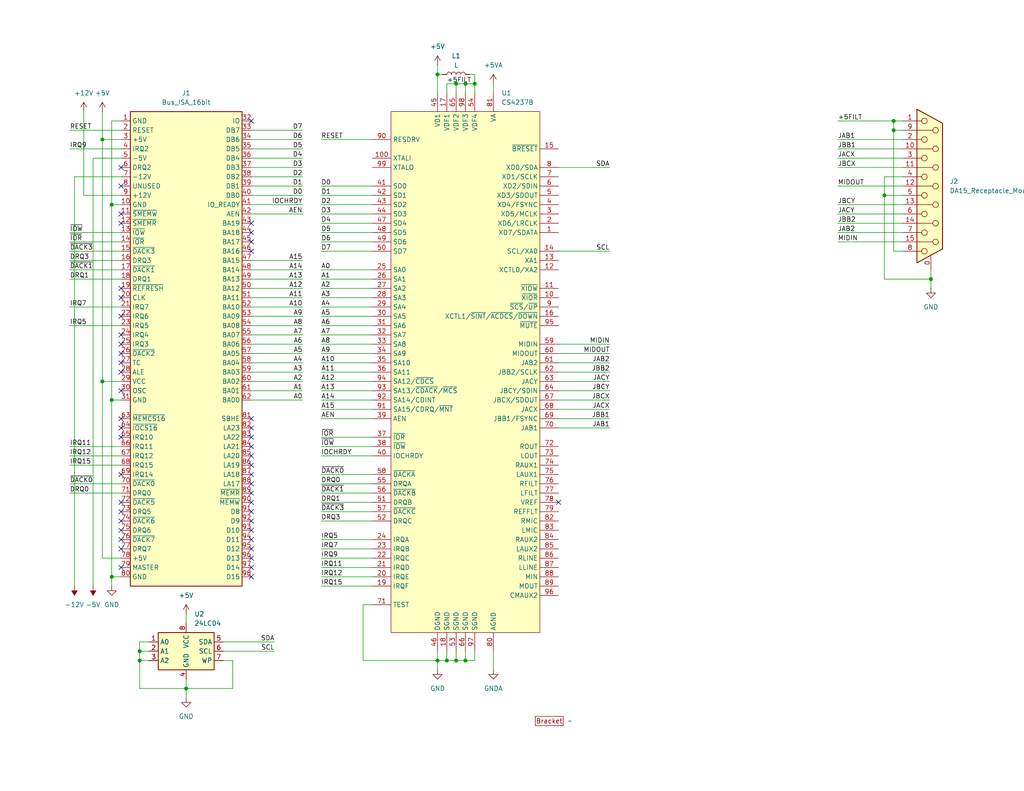
<source format=kicad_sch>
(kicad_sch (version 20231120) (generator "eeschema") (generator_version "8.0")
  (paper "USLetter")
  (lib_symbols
    (symbol "Connector:Bus_ISA_16bit"
      (property "Reference" "J" (at 0 67.945 0))
      (property "Value" "Bus_ISA_16bit" (at 0 -65.405 0))
      (symbol "Bus_ISA_16bit_0_1"
        (rectangle (start -15.24 -63.5) (end 15.24 66.04) (stroke (width 0.254)) (fill (type background)))
      )
      (symbol "Bus_ISA_16bit_1_1"
        (pin power_in line (at -17.78 63.5 0) (length 2.54) (name "GND") (number "1"))
        (pin power_in line (at -17.78 40.64 0) (length 2.54) (name "GND") (number "10"))
        (pin output line (at -17.78 38.1 0) (length 2.54) (name "~{SMEMW}") (number "11"))
        (pin output line (at -17.78 35.56 0) (length 2.54) (name "~{SMEMR}") (number "12"))
        (pin output line (at -17.78 33.02 0) (length 2.54) (name "~{IOW}") (number "13"))
        (pin output line (at -17.78 30.48 0) (length 2.54) (name "~{IOR}") (number "14"))
        (pin passive line (at -17.78 27.94 0) (length 2.54) (name "~{DACK3}") (number "15"))
        (pin passive line (at -17.78 25.4 0) (length 2.54) (name "DRQ3") (number "16"))
        (pin passive line (at -17.78 22.86 0) (length 2.54) (name "~{DACK1}") (number "17"))
        (pin passive line (at -17.78 20.32 0) (length 2.54) (name "DRQ1") (number "18"))
        (pin passive line (at -17.78 17.78 0) (length 2.54) (name "~{REFRESH}") (number "19"))
        (pin output line (at -17.78 60.96 0) (length 2.54) (name "RESET") (number "2"))
        (pin output line (at -17.78 15.24 0) (length 2.54) (name "CLK") (number "20"))
        (pin passive line (at -17.78 12.7 0) (length 2.54) (name "IRQ7") (number "21"))
        (pin passive line (at -17.78 10.16 0) (length 2.54) (name "IRQ6") (number "22"))
        (pin passive line (at -17.78 7.62 0) (length 2.54) (name "IRQ5") (number "23"))
        (pin passive line (at -17.78 5.08 0) (length 2.54) (name "IRQ4") (number "24"))
        (pin passive line (at -17.78 2.54 0) (length 2.54) (name "IRQ3") (number "25"))
        (pin passive line (at -17.78 0 0) (length 2.54) (name "~{DACK2}") (number "26"))
        (pin passive line (at -17.78 -2.54 0) (length 2.54) (name "TC") (number "27"))
        (pin output line (at -17.78 -5.08 0) (length 2.54) (name "ALE") (number "28"))
        (pin power_in line (at -17.78 -7.62 0) (length 2.54) (name "VCC") (number "29"))
        (pin power_in line (at -17.78 58.42 0) (length 2.54) (name "+5V") (number "3"))
        (pin output line (at -17.78 -10.16 0) (length 2.54) (name "OSC") (number "30"))
        (pin power_in line (at -17.78 -12.7 0) (length 2.54) (name "GND") (number "31"))
        (pin passive line (at 17.78 63.5 180) (length 2.54) (name "IO") (number "32"))
        (pin tri_state line (at 17.78 60.96 180) (length 2.54) (name "DB7") (number "33"))
        (pin tri_state line (at 17.78 58.42 180) (length 2.54) (name "DB6") (number "34"))
        (pin tri_state line (at 17.78 55.88 180) (length 2.54) (name "DB5") (number "35"))
        (pin tri_state line (at 17.78 53.34 180) (length 2.54) (name "DB4") (number "36"))
        (pin tri_state line (at 17.78 50.8 180) (length 2.54) (name "DB3") (number "37"))
        (pin tri_state line (at 17.78 48.26 180) (length 2.54) (name "DB2") (number "38"))
        (pin tri_state line (at 17.78 45.72 180) (length 2.54) (name "DB1") (number "39"))
        (pin passive line (at -17.78 55.88 0) (length 2.54) (name "IRQ2") (number "4"))
        (pin tri_state line (at 17.78 43.18 180) (length 2.54) (name "DB0") (number "40"))
        (pin passive line (at 17.78 40.64 180) (length 2.54) (name "IO_READY") (number "41"))
        (pin output line (at 17.78 38.1 180) (length 2.54) (name "AEN") (number "42"))
        (pin tri_state line (at 17.78 35.56 180) (length 2.54) (name "BA19") (number "43"))
        (pin tri_state line (at 17.78 33.02 180) (length 2.54) (name "BA18") (number "44"))
        (pin tri_state line (at 17.78 30.48 180) (length 2.54) (name "BA17") (number "45"))
        (pin tri_state line (at 17.78 27.94 180) (length 2.54) (name "BA16") (number "46"))
        (pin tri_state line (at 17.78 25.4 180) (length 2.54) (name "BA15") (number "47"))
        (pin tri_state line (at 17.78 22.86 180) (length 2.54) (name "BA14") (number "48"))
        (pin tri_state line (at 17.78 20.32 180) (length 2.54) (name "BA13") (number "49"))
        (pin power_in line (at -17.78 53.34 0) (length 2.54) (name "-5V") (number "5"))
        (pin tri_state line (at 17.78 17.78 180) (length 2.54) (name "BA12") (number "50"))
        (pin tri_state line (at 17.78 15.24 180) (length 2.54) (name "BA11") (number "51"))
        (pin tri_state line (at 17.78 12.7 180) (length 2.54) (name "BA10") (number "52"))
        (pin tri_state line (at 17.78 10.16 180) (length 2.54) (name "BA09") (number "53"))
        (pin tri_state line (at 17.78 7.62 180) (length 2.54) (name "BA08") (number "54"))
        (pin tri_state line (at 17.78 5.08 180) (length 2.54) (name "BA07") (number "55"))
        (pin tri_state line (at 17.78 2.54 180) (length 2.54) (name "BA06") (number "56"))
        (pin tri_state line (at 17.78 0 180) (length 2.54) (name "BA05") (number "57"))
        (pin tri_state line (at 17.78 -2.54 180) (length 2.54) (name "BA04") (number "58"))
        (pin tri_state line (at 17.78 -5.08 180) (length 2.54) (name "BA03") (number "59"))
        (pin passive line (at -17.78 50.8 0) (length 2.54) (name "DRQ2") (number "6"))
        (pin tri_state line (at 17.78 -7.62 180) (length 2.54) (name "BA02") (number "60"))
        (pin tri_state line (at 17.78 -10.16 180) (length 2.54) (name "BA01") (number "61"))
        (pin tri_state line (at 17.78 -12.7 180) (length 2.54) (name "BA00") (number "62"))
        (pin passive line (at -17.78 -17.78 0) (length 2.54) (name "~{MEMCS16}") (number "63"))
        (pin passive line (at -17.78 -20.32 0) (length 2.54) (name "~{IOCS16}") (number "64"))
        (pin passive line (at -17.78 -22.86 0) (length 2.54) (name "IRQ10") (number "65"))
        (pin passive line (at -17.78 -25.4 0) (length 2.54) (name "IRQ11") (number "66"))
        (pin passive line (at -17.78 -27.94 0) (length 2.54) (name "IRQ12") (number "67"))
        (pin passive line (at -17.78 -30.48 0) (length 2.54) (name "IRQ15") (number "68"))
        (pin passive line (at -17.78 -33.02 0) (length 2.54) (name "IRQ14") (number "69"))
        (pin power_in line (at -17.78 48.26 0) (length 2.54) (name "-12V") (number "7"))
        (pin output line (at -17.78 -35.56 0) (length 2.54) (name "~{DACK0}") (number "70"))
        (pin passive line (at -17.78 -38.1 0) (length 2.54) (name "DRQ0") (number "71"))
        (pin output line (at -17.78 -40.64 0) (length 2.54) (name "~{DACK5}") (number "72"))
        (pin passive line (at -17.78 -43.18 0) (length 2.54) (name "DRQ5") (number "73"))
        (pin output line (at -17.78 -45.72 0) (length 2.54) (name "~{DACK6}") (number "74"))
        (pin passive line (at -17.78 -48.26 0) (length 2.54) (name "DRQ6") (number "75"))
        (pin output line (at -17.78 -50.8 0) (length 2.54) (name "~{DACK7}") (number "76"))
        (pin passive line (at -17.78 -53.34 0) (length 2.54) (name "DRQ7") (number "77"))
        (pin power_in line (at -17.78 -55.88 0) (length 2.54) (name "+5V") (number "78"))
        (pin passive line (at -17.78 -58.42 0) (length 2.54) (name "MASTER") (number "79"))
        (pin passive line (at -17.78 45.72 0) (length 2.54) (name "UNUSED") (number "8"))
        (pin power_in line (at -17.78 -60.96 0) (length 2.54) (name "GND") (number "80"))
        (pin passive line (at 17.78 -17.78 180) (length 2.54) (name "SBHE") (number "81"))
        (pin passive line (at 17.78 -20.32 180) (length 2.54) (name "LA23") (number "82"))
        (pin passive line (at 17.78 -22.86 180) (length 2.54) (name "LA22") (number "83"))
        (pin passive line (at 17.78 -25.4 180) (length 2.54) (name "LA21") (number "84"))
        (pin passive line (at 17.78 -27.94 180) (length 2.54) (name "LA20") (number "85"))
        (pin passive line (at 17.78 -30.48 180) (length 2.54) (name "LA19") (number "86"))
        (pin passive line (at 17.78 -33.02 180) (length 2.54) (name "LA18") (number "87"))
        (pin passive line (at 17.78 -35.56 180) (length 2.54) (name "LA17") (number "88"))
        (pin output line (at 17.78 -38.1 180) (length 2.54) (name "~{MEMR}") (number "89"))
        (pin power_in line (at -17.78 43.18 0) (length 2.54) (name "+12V") (number "9"))
        (pin output line (at 17.78 -40.64 180) (length 2.54) (name "~{MEMW}") (number "90"))
        (pin tri_state line (at 17.78 -43.18 180) (length 2.54) (name "D8") (number "91"))
        (pin tri_state line (at 17.78 -45.72 180) (length 2.54) (name "D9") (number "92"))
        (pin tri_state line (at 17.78 -48.26 180) (length 2.54) (name "D10") (number "93"))
        (pin tri_state line (at 17.78 -50.8 180) (length 2.54) (name "D11") (number "94"))
        (pin tri_state line (at 17.78 -53.34 180) (length 2.54) (name "D12") (number "95"))
        (pin tri_state line (at 17.78 -55.88 180) (length 2.54) (name "D13") (number "96"))
        (pin tri_state line (at 17.78 -58.42 180) (length 2.54) (name "D14") (number "97"))
        (pin tri_state line (at 17.78 -60.96 180) (length 2.54) (name "D15") (number "98"))
      )
    )
    (symbol "Connector:DA15_Receptacle_MountingHoles" (pin_names (offset 1.016) hide)
      (property "Reference" "J" (at 0 24.13 0))
      (property "Value" "DA15_Receptacle_MountingHoles" (at 0 22.225 0))
      (symbol "DA15_Receptacle_MountingHoles_0_1"
        (circle (center -1.778 -17.78) (radius 0.762))
        (circle (center -1.778 -12.7) (radius 0.762))
        (circle (center -1.778 -7.62) (radius 0.762))
        (circle (center -1.778 -2.54) (radius 0.762))
        (circle (center -1.778 2.54) (radius 0.762))
        (circle (center -1.778 7.62) (radius 0.762))
        (circle (center -1.778 12.7) (radius 0.762))
        (circle (center -1.778 17.78) (radius 0.762))
        (polyline (pts (xy -3.81 -17.78) (xy -2.54 -17.78)))
        (polyline (pts (xy -3.81 -15.24) (xy 0.508 -15.24)))
        (polyline (pts (xy -3.81 -12.7) (xy -2.54 -12.7)))
        (polyline (pts (xy -3.81 -10.16) (xy 0.508 -10.16)))
        (polyline (pts (xy -3.81 -7.62) (xy -2.54 -7.62)))
        (polyline (pts (xy -3.81 -5.08) (xy 0.508 -5.08)))
        (polyline (pts (xy -3.81 -2.54) (xy -2.54 -2.54)))
        (polyline (pts (xy -3.81 0) (xy 0.508 0)))
        (polyline (pts (xy -3.81 2.54) (xy -2.54 2.54)))
        (polyline (pts (xy -3.81 5.08) (xy 0.508 5.08)))
        (polyline (pts (xy -3.81 7.62) (xy -2.54 7.62)))
        (polyline (pts (xy -3.81 10.16) (xy 0.508 10.16)))
        (polyline (pts (xy -3.81 12.7) (xy -2.54 12.7)))
        (polyline (pts (xy -3.81 15.24) (xy 0.508 15.24)))
        (polyline (pts (xy -3.81 17.78) (xy -2.54 17.78)))
        (polyline (pts (xy -3.81 20.955) (xy 3.175 17.145) (xy 3.175 -17.145) (xy -3.81 -20.955) (xy -3.81 20.955)) (stroke (width 0.254)) (fill (type background)))
        (circle (center 1.27 -15.24) (radius 0.762))
        (circle (center 1.27 -10.16) (radius 0.762))
        (circle (center 1.27 -5.08) (radius 0.762))
        (circle (center 1.27 0) (radius 0.762))
        (circle (center 1.27 5.08) (radius 0.762))
        (circle (center 1.27 10.16) (radius 0.762))
        (circle (center 1.27 15.24) (radius 0.762))
      )
      (symbol "DA15_Receptacle_MountingHoles_1_1"
        (pin passive line (at 0 -22.86 90) (length 3.81) (name "PAD") (number "0"))
        (pin passive line (at -7.62 17.78 0) (length 3.81) (name "1") (number "1"))
        (pin passive line (at -7.62 10.16 0) (length 3.81) (name "P10") (number "10"))
        (pin passive line (at -7.62 5.08 0) (length 3.81) (name "P111") (number "11"))
        (pin passive line (at -7.62 0 0) (length 3.81) (name "P12") (number "12"))
        (pin passive line (at -7.62 -5.08 0) (length 3.81) (name "P13") (number "13"))
        (pin passive line (at -7.62 -10.16 0) (length 3.81) (name "P14") (number "14"))
        (pin passive line (at -7.62 -15.24 0) (length 3.81) (name "P15") (number "15"))
        (pin passive line (at -7.62 12.7 0) (length 3.81) (name "2") (number "2"))
        (pin passive line (at -7.62 7.62 0) (length 3.81) (name "3") (number "3"))
        (pin passive line (at -7.62 2.54 0) (length 3.81) (name "4") (number "4"))
        (pin passive line (at -7.62 -2.54 0) (length 3.81) (name "5") (number "5"))
        (pin passive line (at -7.62 -7.62 0) (length 3.81) (name "6") (number "6"))
        (pin passive line (at -7.62 -12.7 0) (length 3.81) (name "7") (number "7"))
        (pin passive line (at -7.62 -17.78 0) (length 3.81) (name "8") (number "8"))
        (pin passive line (at -7.62 15.24 0) (length 3.81) (name "P9") (number "9"))
      )
    )
    (symbol "Device:L" (pin_numbers hide) (pin_names (offset 1.016) hide)
      (property "Reference" "L" (at -1.27 0 90))
      (property "Value" "L" (at 1.905 0 90))
      (symbol "L_0_1"
        (arc (start 0 -2.54) (mid 0.6323 -1.905) (end 0 -1.27))
        (arc (start 0 -1.27) (mid 0.6323 -0.635) (end 0 0))
        (arc (start 0 0) (mid 0.6323 0.635) (end 0 1.27))
        (arc (start 0 1.27) (mid 0.6323 1.905) (end 0 2.54))
      )
      (symbol "L_1_1"
        (pin passive line (at 0 3.81 270) (length 1.27) (name "1") (number "1"))
        (pin passive line (at 0 -3.81 90) (length 1.27) (name "2") (number "2"))
      )
    )
    (symbol "Memory_EEPROM:24LC04"
      (property "Reference" "U" (at -6.35 6.35 0))
      (property "Value" "24LC04" (at 1.27 6.35 0))
      (symbol "24LC04_1_1"
        (rectangle (start -7.62 5.08) (end 7.62 -5.08) (stroke (width 0.254)) (fill (type background)))
        (pin input line (at -10.16 2.54 0) (length 2.54) (name "A0") (number "1"))
        (pin input line (at -10.16 0 0) (length 2.54) (name "A1") (number "2"))
        (pin input line (at -10.16 -2.54 0) (length 2.54) (name "A2") (number "3"))
        (pin power_in line (at 0 -7.62 90) (length 2.54) (name "GND") (number "4"))
        (pin bidirectional line (at 10.16 2.54 180) (length 2.54) (name "SDA") (number "5"))
        (pin input line (at 10.16 0 180) (length 2.54) (name "SCL") (number "6"))
        (pin input line (at 10.16 -2.54 180) (length 2.54) (name "WP") (number "7"))
        (pin power_in line (at 0 7.62 270) (length 2.54) (name "VCC") (number "8"))
      )
    )
    (symbol "pc-parts:9202"
      (symbol "9202_1_1"
        (rectangle (start -3.81 1.27) (end 3.81 -1.27))
        (text "Bracket" (at 0 0 0) (effects (font (size 1.27 1.27))))
      )
    )
    (symbol "pc-parts:CS4237B"
      (property "Reference" "U" (at 0 0 0))
      (property "Value" "CS4237B" (at 0 0 0))
      (symbol "CS4237B_0_0"
        (pin bidirectional line (at 25.4 38.1 180) (length 5.08) (name "XD7/SDATA") (number "1"))
        (pin output line (at 25.4 20.32 180) (length 5.08) (name "~{XIOR}") (number "10"))
        (pin input line (at -25.4 58.42 0) (length 5.08) (name "XTALI") (number "100"))
        (pin output line (at 25.4 22.86 180) (length 5.08) (name "~{XIOW}") (number "11"))
        (pin output line (at 25.4 27.94 180) (length 5.08) (name "XCTL0/XA2") (number "12"))
        (pin output line (at 25.4 30.48 180) (length 5.08) (name "XA1") (number "13"))
        (pin output line (at 25.4 33.02 180) (length 5.08) (name "SCL/XA0") (number "14"))
        (pin output line (at 25.4 60.96 180) (length 5.08) (name "~{BRESET}") (number "15"))
        (pin bidirectional line (at 25.4 15.24 180) (length 5.08) (name "XCTL1/~{SINT}/~{ACDCS}/~{DOWN}") (number "16"))
        (pin power_in line (at -5.08 76.2 270) (length 5.08) (name "VDF1") (number "17"))
        (pin power_in line (at -5.08 -76.2 90) (length 5.08) (name "SGND") (number "18"))
        (pin output line (at -25.4 -58.42 0) (length 5.08) (name "IRQF") (number "19"))
        (pin bidirectional line (at 25.4 40.64 180) (length 5.08) (name "XD6/LRCLK") (number "2"))
        (pin output line (at -25.4 -55.88 0) (length 5.08) (name "IRQE") (number "20"))
        (pin output line (at -25.4 -53.34 0) (length 5.08) (name "IRQD") (number "21"))
        (pin output line (at -25.4 -50.8 0) (length 5.08) (name "IRQC") (number "22"))
        (pin output line (at -25.4 -48.26 0) (length 5.08) (name "IRQB") (number "23"))
        (pin output line (at -25.4 -45.72 0) (length 5.08) (name "IRQA") (number "24"))
        (pin input line (at -25.4 27.94 0) (length 5.08) (name "SA0") (number "25"))
        (pin input line (at -25.4 25.4 0) (length 5.08) (name "SA1") (number "26"))
        (pin input line (at -25.4 22.86 0) (length 5.08) (name "SA2") (number "27"))
        (pin input line (at -25.4 20.32 0) (length 5.08) (name "SA3") (number "28"))
        (pin input line (at -25.4 17.78 0) (length 5.08) (name "SA4") (number "29"))
        (pin bidirectional line (at 25.4 43.18 180) (length 5.08) (name "XD5/MCLK") (number "3"))
        (pin input line (at -25.4 15.24 0) (length 5.08) (name "SA5") (number "30"))
        (pin input line (at -25.4 12.7 0) (length 5.08) (name "SA6") (number "31"))
        (pin input line (at -25.4 10.16 0) (length 5.08) (name "SA7") (number "32"))
        (pin input line (at -25.4 7.62 0) (length 5.08) (name "SA8") (number "33"))
        (pin input line (at -25.4 5.08 0) (length 5.08) (name "SA9") (number "34"))
        (pin input line (at -25.4 2.54 0) (length 5.08) (name "SA10") (number "35"))
        (pin input line (at -25.4 0 0) (length 5.08) (name "SA11") (number "36"))
        (pin input line (at -25.4 -17.78 0) (length 5.08) (name "~{IOR}") (number "37"))
        (pin input line (at -25.4 -20.32 0) (length 5.08) (name "~{IOW}") (number "38"))
        (pin input line (at -25.4 -12.7 0) (length 5.08) (name "AEN") (number "39"))
        (pin bidirectional line (at 25.4 45.72 180) (length 5.08) (name "XD4/FSYNC") (number "4"))
        (pin input line (at -25.4 -22.86 0) (length 5.08) (name "IOCHRDY") (number "40"))
        (pin bidirectional line (at -25.4 50.8 0) (length 5.08) (name "SD0") (number "41"))
        (pin bidirectional line (at -25.4 48.26 0) (length 5.08) (name "SD1") (number "42"))
        (pin bidirectional line (at -25.4 45.72 0) (length 5.08) (name "SD2") (number "43"))
        (pin bidirectional line (at -25.4 43.18 0) (length 5.08) (name "SD3") (number "44"))
        (pin power_in line (at -7.62 76.2 270) (length 5.08) (name "VD1") (number "45"))
        (pin power_in line (at -7.62 -76.2 90) (length 5.08) (name "DGND") (number "46"))
        (pin bidirectional line (at -25.4 40.64 0) (length 5.08) (name "SD4") (number "47"))
        (pin bidirectional line (at -25.4 38.1 0) (length 5.08) (name "SD5") (number "48"))
        (pin bidirectional line (at -25.4 35.56 0) (length 5.08) (name "SD6") (number "49"))
        (pin bidirectional line (at 25.4 48.26 180) (length 5.08) (name "XD3/SDOUT") (number "5"))
        (pin bidirectional line (at -25.4 33.02 0) (length 5.08) (name "SD7") (number "50"))
        (pin output line (at -25.4 -35.56 0) (length 5.08) (name "DRQB") (number "51"))
        (pin output line (at -25.4 -40.64 0) (length 5.08) (name "DRQC") (number "52"))
        (pin power_in line (at -2.54 -76.2 90) (length 5.08) (name "SGND") (number "53"))
        (pin power_in line (at 2.54 76.2 270) (length 5.08) (name "VDF4") (number "54"))
        (pin output line (at -25.4 -30.48 0) (length 5.08) (name "DRQA") (number "55"))
        (pin input line (at -25.4 -33.02 0) (length 5.08) (name "~{DACKB}") (number "56"))
        (pin input line (at -25.4 -38.1 0) (length 5.08) (name "~{DACKC}") (number "57"))
        (pin input line (at -25.4 -27.94 0) (length 5.08) (name "~{DACKA}") (number "58"))
        (pin input line (at 25.4 7.62 180) (length 5.08) (name "MIDIN") (number "59"))
        (pin bidirectional line (at 25.4 50.8 180) (length 5.08) (name "XD2/SDIN") (number "6"))
        (pin output line (at 25.4 5.08 180) (length 5.08) (name "MIDOUT") (number "60"))
        (pin input line (at 25.4 2.54 180) (length 5.08) (name "JAB2") (number "61"))
        (pin bidirectional line (at 25.4 0 180) (length 5.08) (name "JBB2/SCLK") (number "62"))
        (pin input line (at 25.4 -2.54 180) (length 5.08) (name "JACY") (number "63"))
        (pin bidirectional line (at 25.4 -5.08 180) (length 5.08) (name "JBCY/SDIN") (number "64"))
        (pin power_in line (at -2.54 76.2 270) (length 5.08) (name "VDF2") (number "65"))
        (pin power_in line (at 0 -76.2 90) (length 5.08) (name "SGND") (number "66"))
        (pin bidirectional line (at 25.4 -7.62 180) (length 5.08) (name "JBCX/SDOUT") (number "67"))
        (pin input line (at 25.4 -10.16 180) (length 5.08) (name "JACX") (number "68"))
        (pin bidirectional line (at 25.4 -12.7 180) (length 5.08) (name "JBB1/FSYNC") (number "69"))
        (pin bidirectional line (at 25.4 53.34 180) (length 5.08) (name "XD1/SCLK") (number "7"))
        (pin input line (at 25.4 -15.24 180) (length 5.08) (name "JAB1") (number "70"))
        (pin input line (at -25.4 -63.5 0) (length 5.08) (name "TEST") (number "71"))
        (pin output line (at 25.4 -20.32 180) (length 5.08) (name "ROUT") (number "72"))
        (pin output line (at 25.4 -22.86 180) (length 5.08) (name "LOUT") (number "73"))
        (pin input line (at 25.4 -25.4 180) (length 5.08) (name "RAUX1") (number "74"))
        (pin input line (at 25.4 -27.94 180) (length 5.08) (name "LAUX1") (number "75"))
        (pin input line (at 25.4 -30.48 180) (length 5.08) (name "RFILT") (number "76"))
        (pin input line (at 25.4 -33.02 180) (length 5.08) (name "LFILT") (number "77"))
        (pin input line (at 25.4 -35.56 180) (length 5.08) (name "VREF") (number "78"))
        (pin input line (at 25.4 -38.1 180) (length 5.08) (name "REFFLT") (number "79"))
        (pin bidirectional line (at 25.4 55.88 180) (length 5.08) (name "XD0/SDA") (number "8"))
        (pin power_in line (at 7.62 -76.2 90) (length 5.08) (name "AGND") (number "80"))
        (pin power_in line (at 7.62 76.2 270) (length 5.08) (name "VA") (number "81"))
        (pin input line (at 25.4 -40.64 180) (length 5.08) (name "RMIC") (number "82"))
        (pin input line (at 25.4 -43.18 180) (length 5.08) (name "LMIC") (number "83"))
        (pin input line (at 25.4 -45.72 180) (length 5.08) (name "RAUX2") (number "84"))
        (pin input line (at 25.4 -48.26 180) (length 5.08) (name "LAUX2") (number "85"))
        (pin input line (at 25.4 -50.8 180) (length 5.08) (name "RLINE") (number "86"))
        (pin input line (at 25.4 -53.34 180) (length 5.08) (name "LLINE") (number "87"))
        (pin input line (at 25.4 -55.88 180) (length 5.08) (name "MIN") (number "88"))
        (pin output line (at 25.4 -58.42 180) (length 5.08) (name "MOUT") (number "89"))
        (pin bidirectional line (at 25.4 17.78 180) (length 5.08) (name "~{SCS}/~{UP}") (number "9"))
        (pin input line (at -25.4 63.5 0) (length 5.08) (name "RESDRV") (number "90"))
        (pin input line (at -25.4 -10.16 0) (length 5.08) (name "SA15/CDRQ/~{MNT}") (number "91"))
        (pin input line (at -25.4 -7.62 0) (length 5.08) (name "SA14/CDINT") (number "92"))
        (pin input line (at -25.4 -5.08 0) (length 5.08) (name "SA13/~{CDACK}/~{MCS}") (number "93"))
        (pin input line (at -25.4 -2.54 0) (length 5.08) (name "SA12/~{CDCS}") (number "94"))
        (pin input line (at 25.4 12.7 180) (length 5.08) (name "~{MUTE}") (number "95"))
        (pin input line (at 25.4 -60.96 180) (length 5.08) (name "CMAUX2") (number "96"))
        (pin power_in line (at 2.54 -76.2 90) (length 5.08) (name "SGND") (number "97"))
        (pin power_in line (at 0 76.2 270) (length 5.08) (name "VDF3") (number "98"))
        (pin output line (at -25.4 55.88 0) (length 5.08) (name "XTALO") (number "99"))
      )
      (symbol "CS4237B_1_1"
        (rectangle (start -20.32 71.12) (end 20.32 -71.12) (fill (type background)))
      )
    )
    (symbol "power:+12V" (power) (pin_numbers hide) (pin_names (offset 0) hide)
      (property "Value" "+12V" (at 0 3.556 0))
      (symbol "+12V_0_1"
        (polyline (pts (xy -0.762 1.27) (xy 0 2.54)))
        (polyline (pts (xy 0 0) (xy 0 2.54)))
        (polyline (pts (xy 0 2.54) (xy 0.762 1.27)))
      )
      (symbol "+12V_1_1"
        (pin power_in line (at 0 0 90) (length 0) (name "~") (number "1"))
      )
    )
    (symbol "power:+5V" (power) (pin_numbers hide) (pin_names (offset 0) hide)
      (property "Value" "+5V" (at 0 3.556 0))
      (symbol "+5V_0_1"
        (polyline (pts (xy -0.762 1.27) (xy 0 2.54)))
        (polyline (pts (xy 0 0) (xy 0 2.54)))
        (polyline (pts (xy 0 2.54) (xy 0.762 1.27)))
      )
      (symbol "+5V_1_1"
        (pin power_in line (at 0 0 90) (length 0) (name "~") (number "1"))
      )
    )
    (symbol "power:+5VA" (power) (pin_numbers hide) (pin_names (offset 0) hide)
      (property "Value" "+5VA" (at 0 3.556 0))
      (symbol "+5VA_0_1"
        (polyline (pts (xy -0.762 1.27) (xy 0 2.54)))
        (polyline (pts (xy 0 0) (xy 0 2.54)))
        (polyline (pts (xy 0 2.54) (xy 0.762 1.27)))
      )
      (symbol "+5VA_1_1"
        (pin power_in line (at 0 0 90) (length 0) (name "~") (number "1"))
      )
    )
    (symbol "power:-12V" (power) (pin_numbers hide) (pin_names (offset 0) hide)
      (property "Value" "-12V" (at 0 3.556 0))
      (symbol "-12V_0_0"
        (pin power_in line (at 0 0 90) (length 0) (name "~") (number "1"))
      )
      (symbol "-12V_0_1"
        (polyline (pts (xy 0 0) (xy 0 1.27) (xy 0.762 1.27) (xy 0 2.54) (xy -0.762 1.27) (xy 0 1.27)) (fill (type outline)))
      )
    )
    (symbol "power:-5V" (power) (pin_numbers hide) (pin_names (offset 0) hide)
      (property "Value" "-5V" (at 0 3.556 0))
      (symbol "-5V_0_0"
        (pin power_in line (at 0 0 90) (length 0) (name "~") (number "1"))
      )
      (symbol "-5V_0_1"
        (polyline (pts (xy 0 0) (xy 0 1.27) (xy 0.762 1.27) (xy 0 2.54) (xy -0.762 1.27) (xy 0 1.27)) (fill (type outline)))
      )
    )
    (symbol "power:GND" (power) (pin_numbers hide) (pin_names (offset 0) hide)
      (property "Value" "GND" (at 0 -3.81 0))
      (symbol "GND_0_1"
        (polyline (pts (xy 0 0) (xy 0 -1.27) (xy 1.27 -1.27) (xy 0 -2.54) (xy -1.27 -1.27) (xy 0 -1.27)))
      )
      (symbol "GND_1_1"
        (pin power_in line (at 0 0 270) (length 0) (name "~") (number "1"))
      )
    )
    (symbol "power:GNDA" (power) (pin_numbers hide) (pin_names (offset 0) hide)
      (property "Value" "GNDA" (at 0 -3.81 0))
      (symbol "GNDA_0_1"
        (polyline (pts (xy 0 0) (xy 0 -1.27) (xy 1.27 -1.27) (xy 0 -2.54) (xy -1.27 -1.27) (xy 0 -1.27)))
      )
      (symbol "GNDA_1_1"
        (pin power_in line (at 0 0 270) (length 0) (name "~") (number "1"))
      )
    )
  )
  (junction (at 50.8 187.96))
  (junction (at 243.84 33.02))
  (junction (at 127 22.86))
  (junction (at 30.48 109.22))
  (junction (at 27.94 104.14))
  (junction (at 241.3 53.34))
  (junction (at 124.46 22.86))
  (junction (at 121.92 180.34))
  (junction (at 129.54 22.86))
  (junction (at 30.48 157.48))
  (junction (at 27.94 38.1))
  (junction (at 243.84 35.56))
  (junction (at 119.38 180.34))
  (junction (at 38.1 177.8))
  (junction (at 124.46 180.34))
  (junction (at 127 180.34))
  (junction (at 38.1 180.34))
  (junction (at 30.48 55.88))
  (junction (at 119.38 20.32))
  (junction (at 254 76.2))
  (no_connect (at 68.58 68.58))
  (no_connect (at 68.58 147.32))
  (no_connect (at 33.02 144.78))
  (no_connect (at 68.58 116.84))
  (no_connect (at 33.02 114.3))
  (no_connect (at 33.02 154.94))
  (no_connect (at 33.02 96.52))
  (no_connect (at 33.02 116.84))
  (no_connect (at 33.02 45.72))
  (no_connect (at 68.58 129.54))
  (no_connect (at 33.02 129.54))
  (no_connect (at 68.58 132.08))
  (no_connect (at 33.02 99.06))
  (no_connect (at 68.58 134.62))
  (no_connect (at 68.58 127))
  (no_connect (at 68.58 66.04))
  (no_connect (at 33.02 149.86))
  (no_connect (at 33.02 60.96))
  (no_connect (at 68.58 60.96))
  (no_connect (at 33.02 81.28))
  (no_connect (at 33.02 58.42))
  (no_connect (at 33.02 142.24))
  (no_connect (at 68.58 139.7))
  (no_connect (at 68.58 144.78))
  (no_connect (at 33.02 147.32))
  (no_connect (at 33.02 93.98))
  (no_connect (at 68.58 119.38))
  (no_connect (at 68.58 114.3))
  (no_connect (at 33.02 101.6))
  (no_connect (at 33.02 137.16))
  (no_connect (at 68.58 121.92))
  (no_connect (at 68.58 154.94))
  (no_connect (at 152.4 137.16))
  (no_connect (at 33.02 86.36))
  (no_connect (at 33.02 78.74))
  (no_connect (at 68.58 157.48))
  (no_connect (at 68.58 149.86))
  (no_connect (at 33.02 139.7))
  (no_connect (at 68.58 33.02))
  (no_connect (at 68.58 124.46))
  (no_connect (at 33.02 91.44))
  (no_connect (at 68.58 152.4))
  (no_connect (at 68.58 142.24))
  (no_connect (at 33.02 119.38))
  (no_connect (at 33.02 106.68))
  (no_connect (at 68.58 137.16))
  (no_connect (at 68.58 63.5))
  (no_connect (at 33.02 50.8))
  (wire (pts (xy 87.63 78.74) (xy 101.6 78.74)))
  (wire (pts (xy 27.94 104.14) (xy 33.02 104.14)))
  (wire (pts (xy 228.6 60.96) (xy 246.38 60.96)))
  (wire (pts (xy 38.1 177.8) (xy 38.1 180.34)))
  (wire (pts (xy 87.63 129.54) (xy 101.6 129.54)))
  (wire (pts (xy 228.6 55.88) (xy 246.38 55.88)))
  (wire (pts (xy 127 177.8) (xy 127 180.34)))
  (wire (pts (xy 82.55 88.9) (xy 68.58 88.9)))
  (wire (pts (xy 87.63 83.82) (xy 101.6 83.82)))
  (wire (pts (xy 74.93 175.26) (xy 60.96 175.26)))
  (wire (pts (xy 82.55 35.56) (xy 68.58 35.56)))
  (wire (pts (xy 19.05 68.58) (xy 33.02 68.58)))
  (wire (pts (xy 87.63 109.22) (xy 101.6 109.22)))
  (wire (pts (xy 87.63 142.24) (xy 101.6 142.24)))
  (wire (pts (xy 19.05 35.56) (xy 33.02 35.56)))
  (wire (pts (xy 127 22.86) (xy 129.54 22.86)))
  (wire (pts (xy 30.48 55.88) (xy 33.02 55.88)))
  (wire (pts (xy 87.63 104.14) (xy 101.6 104.14)))
  (wire (pts (xy 99.06 180.34) (xy 119.38 180.34)))
  (wire (pts (xy 124.46 22.86) (xy 127 22.86)))
  (wire (pts (xy 152.4 114.3) (xy 166.37 114.3)))
  (wire (pts (xy 82.55 53.34) (xy 68.58 53.34)))
  (wire (pts (xy 119.38 180.34) (xy 119.38 177.8)))
  (wire (pts (xy 19.05 132.08) (xy 33.02 132.08)))
  (wire (pts (xy 33.02 157.48) (xy 30.48 157.48)))
  (wire (pts (xy 33.02 43.18) (xy 25.4 43.18)))
  (wire (pts (xy 152.4 96.52) (xy 166.37 96.52)))
  (wire (pts (xy 87.63 81.28) (xy 101.6 81.28)))
  (wire (pts (xy 99.06 165.1) (xy 99.06 180.34)))
  (wire (pts (xy 50.8 187.96) (xy 63.5 187.96)))
  (wire (pts (xy 124.46 177.8) (xy 124.46 180.34)))
  (wire (pts (xy 87.63 149.86) (xy 101.6 149.86)))
  (wire (pts (xy 63.5 180.34) (xy 60.96 180.34)))
  (wire (pts (xy 101.6 165.1) (xy 99.06 165.1)))
  (wire (pts (xy 82.55 81.28) (xy 68.58 81.28)))
  (wire (pts (xy 50.8 187.96) (xy 38.1 187.96)))
  (wire (pts (xy 87.63 93.98) (xy 101.6 93.98)))
  (wire (pts (xy 87.63 124.46) (xy 101.6 124.46)))
  (wire (pts (xy 82.55 104.14) (xy 68.58 104.14)))
  (wire (pts (xy 82.55 55.88) (xy 68.58 55.88)))
  (wire (pts (xy 119.38 20.32) (xy 119.38 25.4)))
  (wire (pts (xy 152.4 111.76) (xy 166.37 111.76)))
  (wire (pts (xy 241.3 48.26) (xy 241.3 53.34)))
  (wire (pts (xy 87.63 55.88) (xy 101.6 55.88)))
  (wire (pts (xy 87.63 91.44) (xy 101.6 91.44)))
  (wire (pts (xy 50.8 167.64) (xy 50.8 170.18)))
  (wire (pts (xy 87.63 66.04) (xy 101.6 66.04)))
  (wire (pts (xy 228.6 63.5) (xy 246.38 63.5)))
  (wire (pts (xy 87.63 152.4) (xy 101.6 152.4)))
  (wire (pts (xy 25.4 43.18) (xy 25.4 160.02)))
  (wire (pts (xy 243.84 35.56) (xy 243.84 33.02)))
  (wire (pts (xy 30.48 157.48) (xy 30.48 109.22)))
  (wire (pts (xy 124.46 180.34) (xy 127 180.34)))
  (wire (pts (xy 119.38 180.34) (xy 119.38 182.88)))
  (wire (pts (xy 33.02 53.34) (xy 22.86 53.34)))
  (wire (pts (xy 38.1 187.96) (xy 38.1 180.34)))
  (wire (pts (xy 152.4 99.06) (xy 166.37 99.06)))
  (wire (pts (xy 166.37 45.72) (xy 152.4 45.72)))
  (wire (pts (xy 19.05 66.04) (xy 33.02 66.04)))
  (wire (pts (xy 87.63 99.06) (xy 101.6 99.06)))
  (wire (pts (xy 19.05 127) (xy 33.02 127)))
  (wire (pts (xy 134.62 177.8) (xy 134.62 182.88)))
  (wire (pts (xy 87.63 63.5) (xy 101.6 63.5)))
  (wire (pts (xy 152.4 104.14) (xy 166.37 104.14)))
  (wire (pts (xy 166.37 68.58) (xy 152.4 68.58)))
  (wire (pts (xy 19.05 40.64) (xy 33.02 40.64)))
  (wire (pts (xy 152.4 109.22) (xy 166.37 109.22)))
  (wire (pts (xy 87.63 53.34) (xy 101.6 53.34)))
  (wire (pts (xy 87.63 137.16) (xy 101.6 137.16)))
  (wire (pts (xy 27.94 104.14) (xy 27.94 38.1)))
  (wire (pts (xy 40.64 175.26) (xy 38.1 175.26)))
  (wire (pts (xy 87.63 73.66) (xy 101.6 73.66)))
  (wire (pts (xy 87.63 68.58) (xy 101.6 68.58)))
  (wire (pts (xy 87.63 139.7) (xy 101.6 139.7)))
  (wire (pts (xy 241.3 53.34) (xy 246.38 53.34)))
  (wire (pts (xy 27.94 38.1) (xy 33.02 38.1)))
  (wire (pts (xy 87.63 132.08) (xy 101.6 132.08)))
  (wire (pts (xy 19.05 63.5) (xy 33.02 63.5)))
  (wire (pts (xy 19.05 121.92) (xy 33.02 121.92)))
  (wire (pts (xy 228.6 58.42) (xy 246.38 58.42)))
  (wire (pts (xy 228.6 43.18) (xy 246.38 43.18)))
  (wire (pts (xy 50.8 187.96) (xy 50.8 190.5)))
  (wire (pts (xy 87.63 96.52) (xy 101.6 96.52)))
  (wire (pts (xy 87.63 121.92) (xy 101.6 121.92)))
  (wire (pts (xy 30.48 55.88) (xy 30.48 33.02)))
  (wire (pts (xy 33.02 48.26) (xy 20.32 48.26)))
  (wire (pts (xy 82.55 106.68) (xy 68.58 106.68)))
  (wire (pts (xy 228.6 50.8) (xy 246.38 50.8)))
  (wire (pts (xy 127 22.86) (xy 127 25.4)))
  (wire (pts (xy 87.63 114.3) (xy 101.6 114.3)))
  (wire (pts (xy 152.4 116.84) (xy 166.37 116.84)))
  (wire (pts (xy 82.55 101.6) (xy 68.58 101.6)))
  (wire (pts (xy 82.55 78.74) (xy 68.58 78.74)))
  (wire (pts (xy 152.4 93.98) (xy 166.37 93.98)))
  (wire (pts (xy 82.55 109.22) (xy 68.58 109.22)))
  (wire (pts (xy 82.55 58.42) (xy 68.58 58.42)))
  (wire (pts (xy 228.6 66.04) (xy 246.38 66.04)))
  (wire (pts (xy 38.1 177.8) (xy 40.64 177.8)))
  (wire (pts (xy 38.1 175.26) (xy 38.1 177.8)))
  (wire (pts (xy 27.94 152.4) (xy 27.94 104.14)))
  (wire (pts (xy 82.55 45.72) (xy 68.58 45.72)))
  (wire (pts (xy 63.5 187.96) (xy 63.5 180.34)))
  (wire (pts (xy 124.46 22.86) (xy 124.46 25.4)))
  (wire (pts (xy 19.05 88.9) (xy 33.02 88.9)))
  (wire (pts (xy 228.6 45.72) (xy 246.38 45.72)))
  (wire (pts (xy 87.63 58.42) (xy 101.6 58.42)))
  (wire (pts (xy 254 76.2) (xy 254 78.74)))
  (wire (pts (xy 87.63 38.1) (xy 101.6 38.1)))
  (wire (pts (xy 254 73.66) (xy 254 76.2)))
  (wire (pts (xy 121.92 25.4) (xy 121.92 22.86)))
  (wire (pts (xy 87.63 88.9) (xy 101.6 88.9)))
  (wire (pts (xy 82.55 99.06) (xy 68.58 99.06)))
  (wire (pts (xy 82.55 73.66) (xy 68.58 73.66)))
  (wire (pts (xy 82.55 40.64) (xy 68.58 40.64)))
  (wire (pts (xy 87.63 106.68) (xy 101.6 106.68)))
  (wire (pts (xy 82.55 76.2) (xy 68.58 76.2)))
  (wire (pts (xy 129.54 180.34) (xy 129.54 177.8)))
  (wire (pts (xy 20.32 48.26) (xy 20.32 160.02)))
  (wire (pts (xy 87.63 50.8) (xy 101.6 50.8)))
  (wire (pts (xy 121.92 177.8) (xy 121.92 180.34)))
  (wire (pts (xy 134.62 22.86) (xy 134.62 25.4)))
  (wire (pts (xy 243.84 35.56) (xy 246.38 35.56)))
  (wire (pts (xy 119.38 20.32) (xy 120.65 20.32)))
  (wire (pts (xy 254 76.2) (xy 241.3 76.2)))
  (wire (pts (xy 87.63 76.2) (xy 101.6 76.2)))
  (wire (pts (xy 82.55 96.52) (xy 68.58 96.52)))
  (wire (pts (xy 82.55 50.8) (xy 68.58 50.8)))
  (wire (pts (xy 129.54 20.32) (xy 129.54 22.86)))
  (wire (pts (xy 87.63 154.94) (xy 101.6 154.94)))
  (wire (pts (xy 19.05 124.46) (xy 33.02 124.46)))
  (wire (pts (xy 19.05 73.66) (xy 33.02 73.66)))
  (wire (pts (xy 87.63 147.32) (xy 101.6 147.32)))
  (wire (pts (xy 82.55 93.98) (xy 68.58 93.98)))
  (wire (pts (xy 228.6 40.64) (xy 246.38 40.64)))
  (wire (pts (xy 19.05 83.82) (xy 33.02 83.82)))
  (wire (pts (xy 87.63 119.38) (xy 101.6 119.38)))
  (wire (pts (xy 82.55 86.36) (xy 68.58 86.36)))
  (wire (pts (xy 121.92 180.34) (xy 124.46 180.34)))
  (wire (pts (xy 87.63 101.6) (xy 101.6 101.6)))
  (wire (pts (xy 246.38 68.58) (xy 243.84 68.58)))
  (wire (pts (xy 152.4 101.6) (xy 166.37 101.6)))
  (wire (pts (xy 19.05 76.2) (xy 33.02 76.2)))
  (wire (pts (xy 50.8 185.42) (xy 50.8 187.96)))
  (wire (pts (xy 228.6 38.1) (xy 246.38 38.1)))
  (wire (pts (xy 82.55 43.18) (xy 68.58 43.18)))
  (wire (pts (xy 27.94 30.48) (xy 27.94 38.1)))
  (wire (pts (xy 228.6 33.02) (xy 243.84 33.02)))
  (wire (pts (xy 129.54 22.86) (xy 129.54 25.4)))
  (wire (pts (xy 128.27 20.32) (xy 129.54 20.32)))
  (wire (pts (xy 87.63 86.36) (xy 101.6 86.36)))
  (wire (pts (xy 119.38 180.34) (xy 121.92 180.34)))
  (wire (pts (xy 82.55 91.44) (xy 68.58 91.44)))
  (wire (pts (xy 87.63 60.96) (xy 101.6 60.96)))
  (wire (pts (xy 19.05 134.62) (xy 33.02 134.62)))
  (wire (pts (xy 82.55 83.82) (xy 68.58 83.82)))
  (wire (pts (xy 119.38 17.78) (xy 119.38 20.32)))
  (wire (pts (xy 243.84 68.58) (xy 243.84 35.56)))
  (wire (pts (xy 82.55 38.1) (xy 68.58 38.1)))
  (wire (pts (xy 87.63 157.48) (xy 101.6 157.48)))
  (wire (pts (xy 33.02 152.4) (xy 27.94 152.4)))
  (wire (pts (xy 30.48 157.48) (xy 30.48 160.02)))
  (wire (pts (xy 87.63 134.62) (xy 101.6 134.62)))
  (wire (pts (xy 121.92 22.86) (xy 124.46 22.86)))
  (wire (pts (xy 243.84 33.02) (xy 246.38 33.02)))
  (wire (pts (xy 30.48 109.22) (xy 33.02 109.22)))
  (wire (pts (xy 19.05 71.12) (xy 33.02 71.12)))
  (wire (pts (xy 87.63 111.76) (xy 101.6 111.76)))
  (wire (pts (xy 82.55 48.26) (xy 68.58 48.26)))
  (wire (pts (xy 87.63 160.02) (xy 101.6 160.02)))
  (wire (pts (xy 127 180.34) (xy 129.54 180.34)))
  (wire (pts (xy 82.55 71.12) (xy 68.58 71.12)))
  (wire (pts (xy 22.86 30.48) (xy 22.86 53.34)))
  (wire (pts (xy 241.3 76.2) (xy 241.3 53.34)))
  (wire (pts (xy 246.38 48.26) (xy 241.3 48.26)))
  (wire (pts (xy 152.4 106.68) (xy 166.37 106.68)))
  (wire (pts (xy 30.48 33.02) (xy 33.02 33.02)))
  (wire (pts (xy 74.93 177.8) (xy 60.96 177.8)))
  (wire (pts (xy 30.48 109.22) (xy 30.48 55.88)))
  (wire (pts (xy 38.1 180.34) (xy 40.64 180.34)))
  (label "D4" (at 87.63 60.96 0))
  (label "RESET" (at 19.05 35.56 0))
  (label "IRQ9" (at 87.63 152.4 0))
  (label "A1" (at 82.55 106.68 180))
  (label "D6" (at 82.55 38.1 180))
  (label "~{DACK1}" (at 87.63 134.62 0))
  (label "D3" (at 82.55 45.72 180))
  (label "JBCY" (at 166.37 106.68 180))
  (label "JBCX" (at 166.37 109.22 180))
  (label "MIDIN" (at 228.6 66.04 0))
  (label "AEN" (at 82.55 58.42 180))
  (label "JBB1" (at 228.6 40.64 0))
  (label "IRQ12" (at 19.05 124.46 0))
  (label "A1" (at 87.63 76.2 0))
  (label "~{DACK0}" (at 87.63 129.54 0))
  (label "A3" (at 82.55 101.6 180))
  (label "DRQ1" (at 19.05 76.2 0))
  (label "A15" (at 82.55 71.12 180))
  (label "JACX" (at 228.6 43.18 0))
  (label "+5FILT" (at 121.92 22.86 0))
  (label "A6" (at 87.63 88.9 0))
  (label "D7" (at 82.55 35.56 180))
  (label "JACY" (at 228.6 58.42 0))
  (label "~{IOW}" (at 87.63 121.92 0))
  (label "A2" (at 87.63 78.74 0))
  (label "IRQ5" (at 19.05 88.9 0))
  (label "JAB1" (at 166.37 116.84 180))
  (label "JBB2" (at 228.6 60.96 0))
  (label "A0" (at 82.55 109.22 180))
  (label "D1" (at 82.55 50.8 180))
  (label "A4" (at 82.55 99.06 180))
  (label "IOCHRDY" (at 87.63 124.46 0))
  (label "D1" (at 87.63 53.34 0))
  (label "MIDOUT" (at 228.6 50.8 0))
  (label "A14" (at 82.55 73.66 180))
  (label "A11" (at 87.63 101.6 0))
  (label "A13" (at 82.55 76.2 180))
  (label "~{DACK3}" (at 87.63 139.7 0))
  (label "A6" (at 82.55 93.98 180))
  (label "A8" (at 82.55 88.9 180))
  (label "D5" (at 87.63 63.5 0))
  (label "IRQ12" (at 87.63 157.48 0))
  (label "JACX" (at 166.37 111.76 180))
  (label "IRQ15" (at 19.05 127 0))
  (label "IRQ7" (at 87.63 149.86 0))
  (label "JACY" (at 166.37 104.14 180))
  (label "D0" (at 82.55 53.34 180))
  (label "A11" (at 82.55 81.28 180))
  (label "JBB2" (at 166.37 101.6 180))
  (label "A5" (at 82.55 96.52 180))
  (label "IRQ9" (at 19.05 40.64 0))
  (label "~{DACK1}" (at 19.05 73.66 0))
  (label "SCL" (at 74.93 177.8 180))
  (label "D2" (at 82.55 48.26 180))
  (label "MIDIN" (at 166.37 93.98 180))
  (label "A9" (at 82.55 86.36 180))
  (label "~{DACK0}" (at 19.05 132.08 0))
  (label "JAB2" (at 166.37 99.06 180))
  (label "IRQ7" (at 19.05 83.82 0))
  (label "A7" (at 87.63 91.44 0))
  (label "D5" (at 82.55 40.64 180))
  (label "A7" (at 82.55 91.44 180))
  (label "SDA" (at 74.93 175.26 180))
  (label "A4" (at 87.63 83.82 0))
  (label "D0" (at 87.63 50.8 0))
  (label "JBCX" (at 228.6 45.72 0))
  (label "A12" (at 82.55 78.74 180))
  (label "IRQ15" (at 87.63 160.02 0))
  (label "A0" (at 87.63 73.66 0))
  (label "IRQ11" (at 19.05 121.92 0))
  (label "DRQ0" (at 87.63 132.08 0))
  (label "DRQ1" (at 87.63 137.16 0))
  (label "D4" (at 82.55 43.18 180))
  (label "A15" (at 87.63 111.76 0))
  (label "MIDOUT" (at 166.37 96.52 180))
  (label "DRQ0" (at 19.05 134.62 0))
  (label "D2" (at 87.63 55.88 0))
  (label "~{IOR}" (at 87.63 119.38 0))
  (label "A10" (at 87.63 99.06 0))
  (label "RESET" (at 87.63 38.1 0))
  (label "IRQ5" (at 87.63 147.32 0))
  (label "A5" (at 87.63 86.36 0))
  (label "D7" (at 87.63 68.58 0))
  (label "+5FILT" (at 228.6 33.02 0))
  (label "AEN" (at 87.63 114.3 0))
  (label "DRQ3" (at 87.63 142.24 0))
  (label "A10" (at 82.55 83.82 180))
  (label "SCL" (at 166.37 68.58 180))
  (label "~{DACK3}" (at 19.05 68.58 0))
  (label "IRQ11" (at 87.63 154.94 0))
  (label "A8" (at 87.63 93.98 0))
  (label "A12" (at 87.63 104.14 0))
  (label "A14" (at 87.63 109.22 0))
  (label "A2" (at 82.55 104.14 180))
  (label "IOCHRDY" (at 82.55 55.88 180))
  (label "D6" (at 87.63 66.04 0))
  (label "JBB1" (at 166.37 114.3 180))
  (label "~{IOW}" (at 19.05 63.5 0))
  (label "SDA" (at 166.37 45.72 180))
  (label "JAB1" (at 228.6 38.1 0))
  (label "D3" (at 87.63 58.42 0))
  (label "A13" (at 87.63 106.68 0))
  (label "DRQ3" (at 19.05 71.12 0))
  (label "~{IOR}" (at 19.05 66.04 0))
  (label "JBCY" (at 228.6 55.88 0))
  (label "JAB2" (at 228.6 63.5 0))
  (label "A3" (at 87.63 81.28 0))
  (label "A9" (at 87.63 96.52 0))
  (symbol (lib_id "power:+5V") (at 27.94 30.48 0) (unit 1)
    (property "Reference" "#PWR03" (effects (hide yes)))
    (property "Value" "+5V" (at 27.94 25.4 0))
    (property "Description" "Power symbol creates a global label with name \"+5V\"" (effects (hide yes)))
  )
  (symbol (lib_id "Device:L") (at 124.46 20.32 90) (unit 1)
    (property "Reference" "L1" (at 124.46 15.24 90))
    (property "Value" "L" (at 124.46 17.78 90))
    (property "Description" "Inductor" (effects (hide yes)))
  )
  (symbol (lib_id "power:-12V") (at 20.32 160.02 180) (unit 1)
    (property "Reference" "#PWR06" (effects (hide yes)))
    (property "Value" "-12V" (at 20.32 165.1 0))
    (property "Description" "Power symbol creates a global label with name \"-12V\"" (effects (hide yes)))
  )
  (symbol (lib_id "Memory_EEPROM:24LC04") (at 50.8 177.8 0) (unit 1)
    (property "Reference" "U2" (at 52.9941 167.64 0) (effects (justify left)))
    (property "Value" "24LC04" (at 52.9941 170.18 0) (effects (justify left)))
    (property "Footprint" "Package_DIP:DIP-8_W7.62mm" (effects (hide yes)))
    (property "Datasheet" "http://ww1.microchip.com/downloads/en/DeviceDoc/21708K.pdf" (effects (hide yes)))
    (property "Description" "I2C Serial EEPROM, 4Kb, DIP-8/SOIC-8/TSSOP-8/DFN-8" (effects (hide yes)))
  )
  (symbol (lib_id "power:+5V") (at 119.38 17.78 0) (unit 1)
    (property "Reference" "#PWR07" (effects (hide yes)))
    (property "Value" "+5V" (at 119.38 12.7 0))
    (property "Description" "Power symbol creates a global label with name \"+5V\"" (effects (hide yes)))
  )
  (symbol (lib_id "power:+12V") (at 22.86 30.48 0) (unit 1)
    (property "Reference" "#PWR05" (effects (hide yes)))
    (property "Value" "+12V" (at 22.86 25.4 0))
    (property "Description" "Power symbol creates a global label with name \"+12V\"" (effects (hide yes)))
  )
  (symbol (lib_id "Connector:Bus_ISA_16bit") (at 50.8 96.52 0) (unit 1)
    (property "Reference" "J1" (at 50.8 25.4 0))
    (property "Value" "Bus_ISA_16bit" (at 50.8 27.94 0))
    (property "Footprint" "Connector_PCBEdge:BUS_AT" (effects (hide yes)))
    (property "Datasheet" "https://en.wikipedia.org/wiki/Industry_Standard_Architecture" (effects (hide yes)))
    (property "Description" "16-bit ISA-AT bus connector" (effects (hide yes)))
  )
  (symbol (lib_id "power:+5V") (at 50.8 167.64 0) (unit 1)
    (property "Reference" "#PWR012" (effects (hide yes)))
    (property "Value" "+5V" (at 50.8 162.56 0))
    (property "Description" "Power symbol creates a global label with name \"+5V\"" (effects (hide yes)))
  )
  (symbol (lib_id "power:GND") (at 119.38 182.88 0) (unit 1)
    (property "Reference" "#PWR01" (effects (hide yes)))
    (property "Value" "GND" (at 119.38 187.96 0))
    (property "Description" "Power symbol creates a global label with name \"GND\" , ground" (effects (hide yes)))
  )
  (symbol (lib_id "pc-parts:CS4237B") (at 127 101.6 0) (unit 1)
    (property "Reference" "U1" (at 136.8141 25.4 0) (effects (justify left)))
    (property "Value" "CS4237B" (at 136.8141 27.94 0) (effects (justify left)))
    (property "Footprint" "Package_QFP:LQFP-100_14x14mm_P0.5mm" (effects (hide yes)))
  )
  (symbol (lib_id "pc-parts:9202") (at 149.86 196.85 0) (unit 1)
    (property "Reference" "BRACKET1" (effects (hide yes)))
    (property "Value" "~" (at 154.94 196.85 0) (effects (justify left)))
    (property "Footprint" "pc-parts:PC_BRACKET_ISA_KEYSTONE_9202_Rev1" (effects (hide yes)))
  )
  (symbol (lib_id "power:GND") (at 30.48 160.02 0) (unit 1)
    (property "Reference" "#PWR02" (effects (hide yes)))
    (property "Value" "GND" (at 30.48 165.1 0))
    (property "Description" "Power symbol creates a global label with name \"GND\" , ground" (effects (hide yes)))
  )
  (symbol (lib_id "power:GND") (at 254 78.74 0) (unit 1)
    (property "Reference" "#PWR010" (effects (hide yes)))
    (property "Value" "GND" (at 254 83.82 0))
    (property "Description" "Power symbol creates a global label with name \"GND\" , ground" (effects (hide yes)))
  )
  (symbol (lib_id "power:-5V") (at 25.4 160.02 180) (unit 1)
    (property "Reference" "#PWR04" (effects (hide yes)))
    (property "Value" "-5V" (at 25.4 165.1 0))
    (property "Description" "Power symbol creates a global label with name \"-5V\"" (effects (hide yes)))
  )
  (symbol (lib_id "power:GNDA") (at 134.62 182.88 0) (unit 1)
    (property "Reference" "#PWR08" (effects (hide yes)))
    (property "Value" "GNDA" (at 134.62 187.96 0))
    (property "Description" "Power symbol creates a global label with name \"GNDA\" , analog ground" (effects (hide yes)))
  )
  (symbol (lib_id "power:GND") (at 50.8 190.5 0) (unit 1)
    (property "Reference" "#PWR011" (effects (hide yes)))
    (property "Value" "GND" (at 50.8 195.58 0))
    (property "Description" "Power symbol creates a global label with name \"GND\" , ground" (effects (hide yes)))
  )
  (symbol (lib_id "power:+5VA") (at 134.62 22.86 0) (unit 1)
    (property "Reference" "#PWR09" (effects (hide yes)))
    (property "Value" "+5VA" (at 134.62 17.78 0))
    (property "Description" "Power symbol creates a global label with name \"+5VA\"" (effects (hide yes)))
  )
  (symbol (lib_id "Connector:DA15_Receptacle_MountingHoles") (at 254 50.8 0) (unit 1)
    (property "Reference" "J2" (at 259.08 49.5299 0) (effects (justify left)))
    (property "Value" "DA15_Receptacle_MountingHoles" (at 259.08 52.0699 0) (effects (justify left)))
    (property "Footprint" "Connector_Dsub:DSUB-15_Female_Horizontal_P2.77x2.84mm_EdgePinOffset4.94mm_Housed_MountingHolesOffset4.94mm" (effects (hide yes)))
    (property "Description" "15-pin female receptacle socket D-SUB connector (low-density/2 columns), Mounting Hole" (effects (hide yes)))
  )
)
</source>
